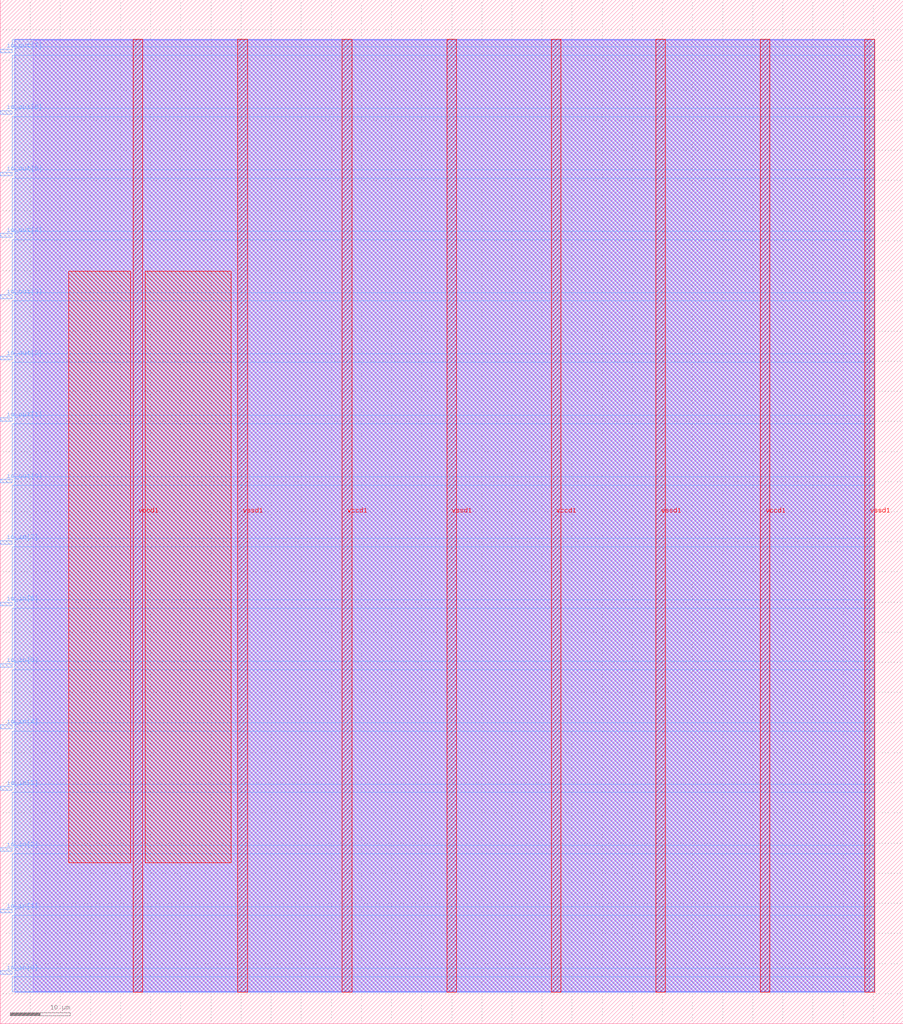
<source format=lef>
VERSION 5.7 ;
  NOWIREEXTENSIONATPIN ON ;
  DIVIDERCHAR "/" ;
  BUSBITCHARS "[]" ;
MACRO xyz_peppergray_Potato1_top
  CLASS BLOCK ;
  FOREIGN xyz_peppergray_Potato1_top ;
  ORIGIN 0.000 0.000 ;
  SIZE 150.000 BY 170.000 ;
  PIN io_in[0]
    DIRECTION INPUT ;
    USE SIGNAL ;
    PORT
      LAYER met3 ;
        RECT 0.000 8.200 2.000 8.800 ;
    END
  END io_in[0]
  PIN io_in[1]
    DIRECTION INPUT ;
    USE SIGNAL ;
    PORT
      LAYER met3 ;
        RECT 0.000 18.400 2.000 19.000 ;
    END
  END io_in[1]
  PIN io_in[2]
    DIRECTION INPUT ;
    USE SIGNAL ;
    PORT
      LAYER met3 ;
        RECT 0.000 28.600 2.000 29.200 ;
    END
  END io_in[2]
  PIN io_in[3]
    DIRECTION INPUT ;
    USE SIGNAL ;
    PORT
      LAYER met3 ;
        RECT 0.000 38.800 2.000 39.400 ;
    END
  END io_in[3]
  PIN io_in[4]
    DIRECTION INPUT ;
    USE SIGNAL ;
    PORT
      LAYER met3 ;
        RECT 0.000 49.000 2.000 49.600 ;
    END
  END io_in[4]
  PIN io_in[5]
    DIRECTION INPUT ;
    USE SIGNAL ;
    PORT
      LAYER met3 ;
        RECT 0.000 59.200 2.000 59.800 ;
    END
  END io_in[5]
  PIN io_in[6]
    DIRECTION INPUT ;
    USE SIGNAL ;
    PORT
      LAYER met3 ;
        RECT 0.000 69.400 2.000 70.000 ;
    END
  END io_in[6]
  PIN io_in[7]
    DIRECTION INPUT ;
    USE SIGNAL ;
    PORT
      LAYER met3 ;
        RECT 0.000 79.600 2.000 80.200 ;
    END
  END io_in[7]
  PIN io_out[0]
    DIRECTION OUTPUT TRISTATE ;
    USE SIGNAL ;
    PORT
      LAYER met3 ;
        RECT 0.000 89.800 2.000 90.400 ;
    END
  END io_out[0]
  PIN io_out[1]
    DIRECTION OUTPUT TRISTATE ;
    USE SIGNAL ;
    PORT
      LAYER met3 ;
        RECT 0.000 100.000 2.000 100.600 ;
    END
  END io_out[1]
  PIN io_out[2]
    DIRECTION OUTPUT TRISTATE ;
    USE SIGNAL ;
    PORT
      LAYER met3 ;
        RECT 0.000 110.200 2.000 110.800 ;
    END
  END io_out[2]
  PIN io_out[3]
    DIRECTION OUTPUT TRISTATE ;
    USE SIGNAL ;
    PORT
      LAYER met3 ;
        RECT 0.000 120.400 2.000 121.000 ;
    END
  END io_out[3]
  PIN io_out[4]
    DIRECTION OUTPUT TRISTATE ;
    USE SIGNAL ;
    PORT
      LAYER met3 ;
        RECT 0.000 130.600 2.000 131.200 ;
    END
  END io_out[4]
  PIN io_out[5]
    DIRECTION OUTPUT TRISTATE ;
    USE SIGNAL ;
    PORT
      LAYER met3 ;
        RECT 0.000 140.800 2.000 141.400 ;
    END
  END io_out[5]
  PIN io_out[6]
    DIRECTION OUTPUT TRISTATE ;
    USE SIGNAL ;
    PORT
      LAYER met3 ;
        RECT 0.000 151.000 2.000 151.600 ;
    END
  END io_out[6]
  PIN io_out[7]
    DIRECTION OUTPUT TRISTATE ;
    USE SIGNAL ;
    PORT
      LAYER met3 ;
        RECT 0.000 161.200 2.000 161.800 ;
    END
  END io_out[7]
  PIN vccd1
    DIRECTION INOUT ;
    USE POWER ;
    PORT
      LAYER met4 ;
        RECT 22.085 5.200 23.685 163.440 ;
    END
    PORT
      LAYER met4 ;
        RECT 56.815 5.200 58.415 163.440 ;
    END
    PORT
      LAYER met4 ;
        RECT 91.545 5.200 93.145 163.440 ;
    END
    PORT
      LAYER met4 ;
        RECT 126.275 5.200 127.875 163.440 ;
    END
  END vccd1
  PIN vssd1
    DIRECTION INOUT ;
    USE GROUND ;
    PORT
      LAYER met4 ;
        RECT 39.450 5.200 41.050 163.440 ;
    END
    PORT
      LAYER met4 ;
        RECT 74.180 5.200 75.780 163.440 ;
    END
    PORT
      LAYER met4 ;
        RECT 108.910 5.200 110.510 163.440 ;
    END
    PORT
      LAYER met4 ;
        RECT 143.640 5.200 145.240 163.440 ;
    END
  END vssd1
  OBS
      LAYER li1 ;
        RECT 5.520 5.355 144.440 163.285 ;
      LAYER met1 ;
        RECT 2.370 5.200 145.240 163.440 ;
      LAYER met2 ;
        RECT 2.390 5.255 145.210 163.385 ;
      LAYER met3 ;
        RECT 2.000 162.200 145.230 163.365 ;
        RECT 2.400 160.800 145.230 162.200 ;
        RECT 2.000 152.000 145.230 160.800 ;
        RECT 2.400 150.600 145.230 152.000 ;
        RECT 2.000 141.800 145.230 150.600 ;
        RECT 2.400 140.400 145.230 141.800 ;
        RECT 2.000 131.600 145.230 140.400 ;
        RECT 2.400 130.200 145.230 131.600 ;
        RECT 2.000 121.400 145.230 130.200 ;
        RECT 2.400 120.000 145.230 121.400 ;
        RECT 2.000 111.200 145.230 120.000 ;
        RECT 2.400 109.800 145.230 111.200 ;
        RECT 2.000 101.000 145.230 109.800 ;
        RECT 2.400 99.600 145.230 101.000 ;
        RECT 2.000 90.800 145.230 99.600 ;
        RECT 2.400 89.400 145.230 90.800 ;
        RECT 2.000 80.600 145.230 89.400 ;
        RECT 2.400 79.200 145.230 80.600 ;
        RECT 2.000 70.400 145.230 79.200 ;
        RECT 2.400 69.000 145.230 70.400 ;
        RECT 2.000 60.200 145.230 69.000 ;
        RECT 2.400 58.800 145.230 60.200 ;
        RECT 2.000 50.000 145.230 58.800 ;
        RECT 2.400 48.600 145.230 50.000 ;
        RECT 2.000 39.800 145.230 48.600 ;
        RECT 2.400 38.400 145.230 39.800 ;
        RECT 2.000 29.600 145.230 38.400 ;
        RECT 2.400 28.200 145.230 29.600 ;
        RECT 2.000 19.400 145.230 28.200 ;
        RECT 2.400 18.000 145.230 19.400 ;
        RECT 2.000 9.200 145.230 18.000 ;
        RECT 2.400 7.800 145.230 9.200 ;
        RECT 2.000 5.275 145.230 7.800 ;
      LAYER met4 ;
        RECT 11.335 26.695 21.685 124.945 ;
        RECT 24.085 26.695 38.345 124.945 ;
  END
END xyz_peppergray_Potato1_top
END LIBRARY


</source>
